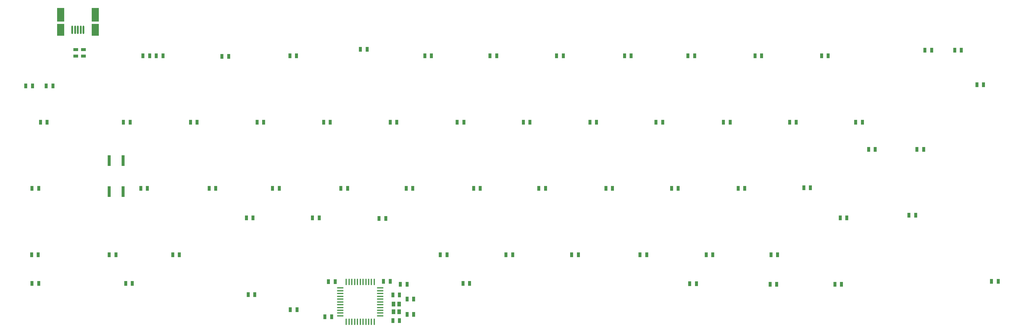
<source format=gbp>
G04 #@! TF.FileFunction,Paste,Bot*
%FSLAX46Y46*%
G04 Gerber Fmt 4.6, Leading zero omitted, Abs format (unit mm)*
G04 Created by KiCad (PCBNEW 4.0.2-stable) date Mon 02 May 2016 10:51:51 AM CEST*
%MOMM*%
G01*
G04 APERTURE LIST*
%ADD10C,0.150000*%
%ADD11R,0.849000X1.357000*%
%ADD12R,1.357000X0.849000*%
%ADD13R,1.110620X1.359540*%
%ADD14R,2.009780X3.960500*%
%ADD15R,2.009780X3.460120*%
%ADD16O,0.460400X2.460000*%
%ADD17O,1.859920X0.366400*%
%ADD18O,0.366400X1.859920*%
%ADD19R,0.960000X3.060000*%
G04 APERTURE END LIST*
D10*
D11*
X174628500Y-13739000D03*
X176533500Y-13739000D03*
X164722500Y-32789000D03*
X166627500Y-32789000D03*
X169294500Y-51712000D03*
X171199500Y-51712000D03*
X88522500Y-32789000D03*
X90427500Y-32789000D03*
X150117500Y-51712000D03*
X152022500Y-51712000D03*
X145672500Y-32789000D03*
X147577500Y-32789000D03*
X155197500Y-13739000D03*
X157102500Y-13739000D03*
X136147500Y-13739000D03*
X138052500Y-13739000D03*
X126749500Y-32789000D03*
X128654500Y-32789000D03*
X131448500Y-51712000D03*
X133353500Y-51712000D03*
X93475500Y-51712000D03*
X95380500Y-51712000D03*
X3305500Y-22375000D03*
X5210500Y-22375000D03*
X117478500Y-13739000D03*
X119383500Y-13739000D03*
X78870500Y-13739000D03*
X80775500Y-13739000D03*
X66424500Y-60221000D03*
X68329500Y-60221000D03*
X73917500Y-51712000D03*
X75822500Y-51712000D03*
X69472500Y-32789000D03*
X71377500Y-32789000D03*
X59439500Y-13866000D03*
X61344500Y-13866000D03*
X104397500Y-60348000D03*
X106302500Y-60348000D03*
X112144500Y-51712000D03*
X114049500Y-51712000D03*
X107572500Y-32789000D03*
X109477500Y-32789000D03*
X99063500Y-11834000D03*
X100968500Y-11834000D03*
X45342500Y-70762000D03*
X47247500Y-70762000D03*
X27181500Y-70762000D03*
X29086500Y-70762000D03*
X55756500Y-51712000D03*
X57661500Y-51712000D03*
X50422500Y-32789000D03*
X52327500Y-32789000D03*
X36198500Y-51712000D03*
X38103500Y-51712000D03*
X31245500Y-32789000D03*
X33150500Y-32789000D03*
X4956500Y-70762000D03*
X6861500Y-70762000D03*
X7496500Y-32789000D03*
X9401500Y-32789000D03*
X40643500Y-13739000D03*
X42548500Y-13739000D03*
X36833500Y-13739000D03*
X38738500Y-13739000D03*
X5083500Y-51712000D03*
X6988500Y-51712000D03*
X128400500Y-79017000D03*
X130305500Y-79017000D03*
X66932500Y-82192000D03*
X68837500Y-82192000D03*
X31880500Y-79017000D03*
X33785500Y-79017000D03*
X5083500Y-79017000D03*
X6988500Y-79017000D03*
X140719500Y-70762000D03*
X142624500Y-70762000D03*
X121923500Y-70762000D03*
X123828500Y-70762000D03*
X85347500Y-60221000D03*
X87252500Y-60221000D03*
X211966500Y-13739000D03*
X213871500Y-13739000D03*
X231016500Y-13739000D03*
X232921500Y-13739000D03*
X260607500Y-12088000D03*
X262512500Y-12088000D03*
X221872500Y-32789000D03*
X223777500Y-32789000D03*
X240795500Y-32789000D03*
X242700500Y-32789000D03*
X275466500Y-21994000D03*
X277371500Y-21994000D03*
X207140500Y-51712000D03*
X209045500Y-51712000D03*
X225936500Y-51585000D03*
X227841500Y-51585000D03*
X244478500Y-40536000D03*
X246383500Y-40536000D03*
X258321500Y-40536000D03*
X260226500Y-40536000D03*
X193261940Y-79070340D03*
X195166940Y-79070340D03*
X216284500Y-79271000D03*
X218189500Y-79271000D03*
X234826500Y-79271000D03*
X236731500Y-79271000D03*
X279657500Y-78382000D03*
X281562500Y-78382000D03*
X256035500Y-59459000D03*
X257940500Y-59459000D03*
X236350500Y-60221000D03*
X238255500Y-60221000D03*
X216538500Y-70762000D03*
X218443500Y-70762000D03*
X197996500Y-70762000D03*
X199901500Y-70762000D03*
X179073500Y-70762000D03*
X180978500Y-70762000D03*
X159515500Y-70762000D03*
X161420500Y-70762000D03*
X202949500Y-32789000D03*
X204854500Y-32789000D03*
X192789500Y-13739000D03*
X194694500Y-13739000D03*
X183645500Y-32789000D03*
X185550500Y-32789000D03*
X188090500Y-51712000D03*
X189995500Y-51712000D03*
X269116500Y-12088000D03*
X271021500Y-12088000D03*
X105667500Y-78382000D03*
X107572500Y-78382000D03*
X110239500Y-82319000D03*
X108334500Y-82319000D03*
X110239500Y-89685000D03*
X108334500Y-89685000D03*
X91824500Y-78445500D03*
X89919500Y-78445500D03*
X90808500Y-88542000D03*
X88903500Y-88542000D03*
X112398500Y-87907000D03*
X114303500Y-87907000D03*
X112398500Y-83462000D03*
X114303500Y-83462000D03*
X11052500Y-22375000D03*
X9147500Y-22375000D03*
X80902500Y-86510000D03*
X78997500Y-86510000D03*
X112398500Y-79271000D03*
X110493500Y-79271000D03*
D12*
X19752000Y-13802500D03*
X19752000Y-11897500D03*
X17593000Y-13802500D03*
X17593000Y-11897500D03*
D13*
X108486900Y-84902180D03*
X108486900Y-87101820D03*
X110087100Y-84902180D03*
X110087100Y-87101820D03*
D14*
X23125060Y-1968980D03*
X13274940Y-1968980D03*
D15*
X13274940Y-6220940D03*
X23125060Y-6220940D03*
D16*
X18200000Y-6220900D03*
X17399900Y-6220900D03*
X16599800Y-6220900D03*
X19000100Y-6220900D03*
X19800200Y-6220900D03*
D17*
X93279920Y-84290040D03*
X93279920Y-83489940D03*
X93279920Y-82689840D03*
X93279920Y-81889740D03*
X93279920Y-81089640D03*
X93279920Y-80289540D03*
X93279920Y-85090140D03*
X93279920Y-85890240D03*
X93279920Y-86690340D03*
X93279920Y-87490440D03*
X93279920Y-88290540D03*
X104709920Y-84290040D03*
X104709920Y-83489940D03*
X104709920Y-82689840D03*
X104709920Y-81889740D03*
X104709920Y-81089640D03*
X104709920Y-80289540D03*
X104709920Y-85090140D03*
X104709920Y-85890240D03*
X104709920Y-86690340D03*
X104709920Y-87490440D03*
X104709920Y-88290540D03*
D18*
X98994920Y-78575040D03*
X98994920Y-90005040D03*
X99795020Y-78575040D03*
X99795020Y-90005040D03*
X100595120Y-90005040D03*
X100595120Y-78575040D03*
X101395220Y-78575040D03*
X101395220Y-90005040D03*
X102195320Y-90005040D03*
X102195320Y-78575040D03*
X102995420Y-78575040D03*
X102995420Y-90005040D03*
X98194820Y-90005040D03*
X98194820Y-78575040D03*
X97394720Y-78575040D03*
X97394720Y-90005040D03*
X96594620Y-90005040D03*
X96594620Y-78575040D03*
X95794520Y-78575040D03*
X95794520Y-90005040D03*
X94994420Y-90005040D03*
X94994420Y-78575040D03*
D19*
X27149500Y-43748000D03*
X31150000Y-52648000D03*
X27152000Y-52648000D03*
X31150000Y-43748000D03*
M02*

</source>
